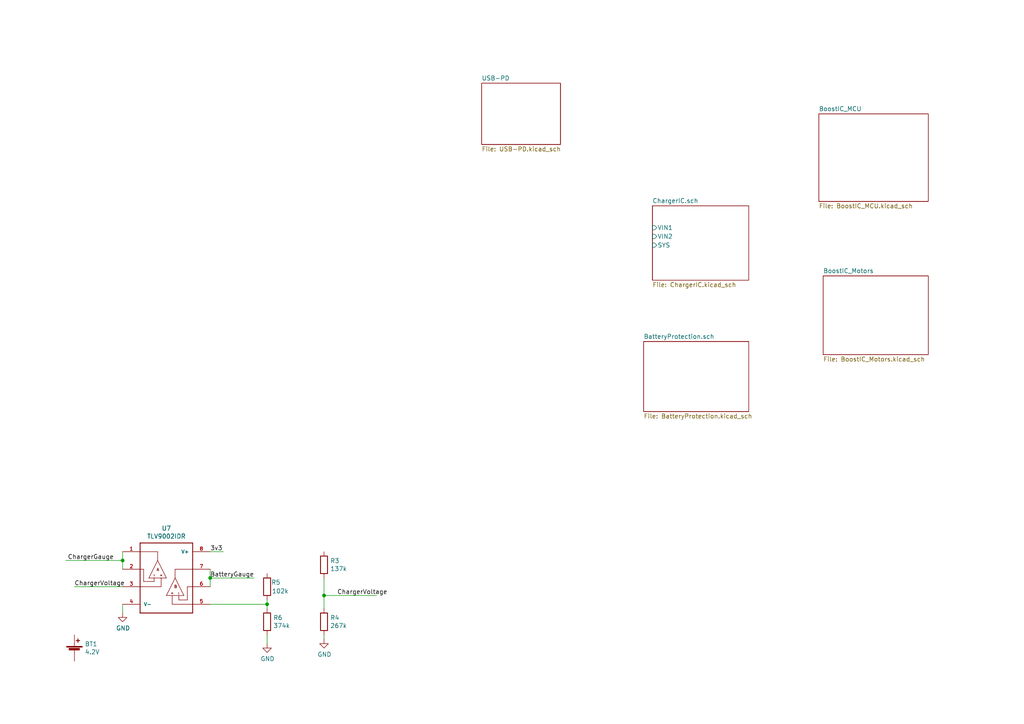
<source format=kicad_sch>
(kicad_sch (version 20211123) (generator eeschema)
  (paper "A4")
  (title_block (title "Neural Computation Unit Robot ") (date "2020-10-01") (rev "0.1") (company "OIST") (comment 1 "Todo: Update Diodes to represent real parts and associate spice models") (comment 2 "Todo: Insert Hubee schematic from Bill or recreate if not response") (comment 3 "Todo: Recreate voltage regulator circuits or design our own") (comment 4 "Todo: Verify mosfet spice model better"))
  (lib_symbols
    (symbol "robot-rescue:Battery_Cell-Device" (pin_numbers hide) (pin_names (offset 0) hide)
      (property "Reference" "BT" (at 2.54 2.54 0))
      (property "Value" "Battery_Cell-Device" (at 2.54 0 0))
      (symbol "Battery_Cell-Device_0_1"
        (rectangle (start -2.286 1.778) (end 2.286 1.524) (fill (type outline)))
        (rectangle (start -1.5748 1.1938) (end 1.4732 0.6858) (fill (type outline)))
        (polyline (pts (xy 0 0.762) (xy 0 0)))
        (polyline (pts (xy 0 1.778) (xy 0 2.54)))
        (polyline (pts (xy 0.508 3.429) (xy 1.524 3.429)) (stroke (width 0.254)))
        (polyline (pts (xy 1.016 3.937) (xy 1.016 2.921)) (stroke (width 0.254)))
      )
      (symbol "Battery_Cell-Device_1_1"
        (pin passive line (at 0 5.08 270) (length 2.54) (name "+") (number "1"))
        (pin passive line (at 0 -2.54 90) (length 2.54) (name "-") (number "2"))
      )
    )
    (symbol "robot-rescue:GND-power" (power) (pin_names (offset 0))
      (property "Value" "GND-power" (at 0 -3.81 0))
      (symbol "GND-power_0_1"
        (polyline (pts (xy 0 0) (xy 0 -1.27) (xy 1.27 -1.27) (xy 0 -2.54) (xy -1.27 -1.27) (xy 0 -1.27)))
      )
      (symbol "GND-power_1_1"
        (pin power_in line (at 0 0 270) (length 0) hide (name "GND") (number "1"))
      )
    )
    (symbol "robot-rescue:R-Device" (pin_numbers hide) (pin_names (offset 0))
      (property "Reference" "R" (at 2.032 0 90))
      (property "Value" "R-Device" (at 0 0 90))
      (symbol "R-Device_0_1"
        (rectangle (start -1.016 -2.54) (end 1.016 2.54) (stroke (width 0.254)))
      )
      (symbol "R-Device_1_1"
        (pin passive line (at 0 3.81 270) (length 1.27) (name "~") (number "1"))
        (pin passive line (at 0 -3.81 90) (length 1.27) (name "~") (number "2"))
      )
    )
    (symbol "robot-rescue:TLV9002IDR-custom_amplifiers" (pin_names (offset 1.016))
      (property "Reference" "U" (at -7.62 10.16 0))
      (property "Value" "TLV9002IDR-custom_amplifiers" (at -7.62 -12.7 0))
      (symbol "TLV9002IDR-custom_amplifiers_0_0"
        (polyline (pts (xy -7.62 -10.16) (xy -7.62 10.16)) (stroke (width 0.254)))
        (polyline (pts (xy -7.62 10.16) (xy 7.62 10.16)) (stroke (width 0.254)))
        (polyline (pts (xy -6.604 -1.016) (xy -6.604 2.54)) (stroke (width 0.1524)))
        (polyline (pts (xy -6.604 2.54) (xy -7.62 2.54)) (stroke (width 0.1524)))
        (polyline (pts (xy -5.08 0) (xy -2.54 5.08)) (stroke (width 0.1524)))
        (polyline (pts (xy -3.556 -1.016) (xy -6.604 -1.016)) (stroke (width 0.1524)))
        (polyline (pts (xy -3.556 0) (xy -5.08 0)) (stroke (width 0.1524)))
        (polyline (pts (xy -3.556 0) (xy -3.556 -1.016)) (stroke (width 0.1524)))
        (polyline (pts (xy -3.556 1.016) (xy -3.556 0.508)) (stroke (width 0.1524)))
        (polyline (pts (xy -2.54 5.08) (xy -2.54 7.62)) (stroke (width 0.1524)))
        (polyline (pts (xy -2.54 5.08) (xy 0 0)) (stroke (width 0.1524)))
        (polyline (pts (xy -2.54 7.62) (xy -7.62 7.62)) (stroke (width 0.1524)))
        (polyline (pts (xy -1.778 0.762) (xy -1.27 0.762)) (stroke (width 0.1524)))
        (polyline (pts (xy -1.524 -2.54) (xy -7.62 -2.54)) (stroke (width 0.1524)))
        (polyline (pts (xy -1.524 0) (xy -3.556 0)) (stroke (width 0.1524)))
        (polyline (pts (xy -1.524 0) (xy -1.524 -2.54)) (stroke (width 0.1524)))
        (polyline (pts (xy -1.524 0.508) (xy -1.524 1.016)) (stroke (width 0.1524)))
        (polyline (pts (xy 0 -5.08) (xy 2.54 0)) (stroke (width 0.1524)))
        (polyline (pts (xy 0 0) (xy -1.524 0)) (stroke (width 0.1524)))
        (polyline (pts (xy 1.4224 -4.4196) (xy 1.9304 -4.4196)) (stroke (width 0.1524)))
        (polyline (pts (xy 1.6764 -7.62) (xy 7.62 -7.62)) (stroke (width 0.1524)))
        (polyline (pts (xy 1.6764 -5.1308) (xy 1.6764 -7.62)) (stroke (width 0.1524)))
        (polyline (pts (xy 1.6764 -4.1656) (xy 1.6764 -4.6736)) (stroke (width 0.1524)))
        (polyline (pts (xy 2.5146 -0.1016) (xy 2.5146 2.54)) (stroke (width 0.1524)))
        (polyline (pts (xy 2.5146 2.54) (xy 7.62 2.54)) (stroke (width 0.1524)))
        (polyline (pts (xy 2.54 0) (xy 5.08 -5.08)) (stroke (width 0.1524)))
        (polyline (pts (xy 3.556 -4.191) (xy 3.556 -4.699)) (stroke (width 0.1524)))
        (polyline (pts (xy 3.6068 -6.3754) (xy 6.0706 -6.3754)) (stroke (width 0.1524)))
        (polyline (pts (xy 3.6068 -5.1054) (xy 3.6068 -6.3754)) (stroke (width 0.1524)))
        (polyline (pts (xy 5.08 -5.08) (xy 0 -5.08)) (stroke (width 0.1524)))
        (polyline (pts (xy 6.0706 -6.3754) (xy 6.0706 -2.54)) (stroke (width 0.1524)))
        (polyline (pts (xy 6.0706 -2.54) (xy 7.62 -2.54)) (stroke (width 0.1524)))
        (polyline (pts (xy 7.62 -10.16) (xy -7.62 -10.16)) (stroke (width 0.254)))
        (polyline (pts (xy 7.62 -7.62) (xy 7.62 -10.16)) (stroke (width 0.254)))
        (polyline (pts (xy 7.62 -2.54) (xy 7.62 -7.62)) (stroke (width 0.254)))
        (polyline (pts (xy 7.62 2.54) (xy 7.62 -2.54)) (stroke (width 0.254)))
        (polyline (pts (xy 7.62 10.16) (xy 7.62 2.54)) (stroke (width 0.254)))
        (text "A" (at -2.921 1.9558 0) (effects (font (size 0.8128 0.8128)) (justify left bottom)))
        (text "B" (at 2.159 -2.9718 0) (effects (font (size 0.8128 0.8128)) (justify left bottom)))
        (pin output line (at -12.7 7.62 0) (length 5.08) (name "~") (number "1"))
        (pin input line (at -12.7 2.54 0) (length 5.08) (name "~") (number "2"))
        (pin input line (at -12.7 -2.54 0) (length 5.08) (name "~") (number "3"))
        (pin power_in line (at -12.7 -7.62 0) (length 5.08) (name "V-") (number "4"))
        (pin input line (at 12.7 -7.62 180) (length 5.08) (name "~") (number "5"))
        (pin input line (at 12.7 -2.54 180) (length 5.08) (name "~") (number "6"))
        (pin output line (at 12.7 2.54 180) (length 5.08) (name "~") (number "7"))
        (pin power_in line (at 12.7 7.62 180) (length 5.08) (name "V+") (number "8"))
      )
    )
  )
  (junction (at 35.56 162.56))
  (junction (at 93.98 172.72))
  (junction (at 60.96 167.64))
  (junction (at 77.47 175.26))
  (wire (pts (xy 35.56 170.18) (xy 21.59 170.18)))
  (wire (pts (xy 60.96 175.26) (xy 77.47 175.26)))
  (wire (pts (xy 35.56 177.8) (xy 35.56 175.26)))
  (wire (pts (xy 35.56 160.02) (xy 35.56 162.56)))
  (wire (pts (xy 60.96 165.1) (xy 60.96 167.64)))
  (wire (pts (xy 77.47 176.53) (xy 77.47 175.26)))
  (wire (pts (xy 35.56 162.56) (xy 19.05 162.56)))
  (wire (pts (xy 93.98 167.64) (xy 93.98 172.72)))
  (wire (pts (xy 77.47 186.69) (xy 77.47 184.15)))
  (wire (pts (xy 60.96 160.02) (xy 64.77 160.02)))
  (wire (pts (xy 93.98 184.15) (xy 93.98 185.42)))
  (wire (pts (xy 35.56 162.56) (xy 35.56 165.1)))
  (wire (pts (xy 77.47 175.26) (xy 77.47 173.99)))
  (wire (pts (xy 60.96 167.64) (xy 73.66 167.64)))
  (wire (pts (xy 60.96 167.64) (xy 60.96 170.18)))
  (wire (pts (xy 109.22 172.72) (xy 93.98 172.72)))
  (wire (pts (xy 93.98 172.72) (xy 93.98 176.53)))
  (label "ChargerVoltage" (at 97.79 172.72 0))
  (label "3v3" (at 60.96 160.02 0))
  (label "ChargerVoltage" (at 21.59 170.18 0))
  (label "BatteryGauge" (at 60.96 167.64 0))
  (label "ChargerGauge" (at 33.02 162.56 180))
  (symbol (lib_id "robot-rescue:Battery_Cell-Device") (at 21.59 189.23 0) (unit 1)
    (property "Reference" "BT1" (at 24.5872 186.7916 0) (effects (justify left)))
    (property "Value" "4.2V" (at 24.5872 189.103 0) (effects (justify left)))
    (property "Footprint" "custom_modules:battery26650" (effects hide))
  )
  (symbol (lib_id "robot-rescue:R-Device") (at 77.47 170.18 180) (unit 1)
    (property "Reference" "R5" (at 80.01 168.91 0))
    (property "Value" "102k" (at 81.28 171.45 0))
    (property "Footprint" "Resistor_SMD:R_1206_3216Metric_Pad1.30x1.75mm_HandSolder" (effects hide))
    (property "Datasheet" "https://www.digikey.jp/product-detail/en/stackpole-electronics-inc/RMCF1206FT102K/738-RMCF1206FT102KCT-ND/4425273" (effects hide))
  )
  (symbol (lib_id "robot-rescue:R-Device") (at 77.47 180.34 0) (unit 1)
    (property "Reference" "R6" (at 79.248 179.1716 0) (effects (justify left)))
    (property "Value" "374k" (at 79.248 181.483 0) (effects (justify left)))
    (property "Footprint" "Resistor_SMD:R_1206_3216Metric_Pad1.30x1.75mm_HandSolder" (effects hide))
    (property "Datasheet" "https://www.digikey.jp/product-detail/en/stackpole-electronics-inc/RMCF1206FT374K/RMCF1206FT374KCT-ND/2418718" (effects hide))
  )
  (symbol (lib_id "robot-rescue:R-Device") (at 93.98 163.83 0) (unit 1)
    (property "Reference" "R3" (at 95.758 162.6616 0) (effects (justify left)))
    (property "Value" "137k" (at 95.758 164.973 0) (effects (justify left)))
    (property "Footprint" "Resistor_SMD:R_1206_3216Metric_Pad1.30x1.75mm_HandSolder" (effects hide))
    (property "Datasheet" "https://www.digikey.jp/product-detail/en/stackpole-electronics-inc/RMCF1206FT137K/738-RMCF1206FT137KCT-ND/4425278" (effects hide))
  )
  (symbol (lib_id "robot-rescue:R-Device") (at 93.98 180.34 0) (unit 1)
    (property "Reference" "R4" (at 95.758 179.1716 0) (effects (justify left)))
    (property "Value" "267k" (at 95.758 181.483 0) (effects (justify left)))
    (property "Footprint" "Resistor_SMD:R_1206_3216Metric_Pad1.30x1.75mm_HandSolder" (effects hide))
    (property "Datasheet" "https://www.digikey.jp/product-detail/en/stackpole-electronics-inc/RMCF1206FT267K/RMCF1206FT267KCT-ND/1942739" (effects hide))
  )
  (symbol (lib_id "robot-rescue:GND-power") (at 93.98 185.42 0) (unit 1)
    (property "Reference" "#PWR01" (effects hide))
    (property "Value" "GND" (at 94.107 189.8142 0))
  )
  (symbol (lib_id "robot-rescue:GND-power") (at 77.47 186.69 0) (unit 1)
    (property "Reference" "#PWR02" (effects hide))
    (property "Value" "GND" (at 77.597 191.0842 0))
  )
  (symbol (lib_id "robot-rescue:GND-power") (at 35.56 177.8 0) (unit 1)
    (property "Reference" "#PWR0108" (effects hide))
    (property "Value" "GND" (at 35.687 182.1942 0))
  )
  (symbol (lib_id "robot-rescue:TLV9002IDR-custom_amplifiers") (at 48.26 167.64 0) (unit 1)
    (property "Reference" "U7" (at 48.26 153.2382 0))
    (property "Value" "TLV9002IDR" (at 48.26 155.5496 0))
    (property "Footprint" "custom_amplifiers:SOIC127P599X175-8N" (effects hide))
    (property "Datasheet" "https://www.ti.com/lit/ds/symlink/tlv9002.pdf" (effects hide))
    (property "PARTREV" "O" (effects hide))
    (property "STANDARD" "IPC-7351B" (effects hide))
    (property "MANUFACTURER" "Texas Instruments" (effects hide))
    (property "MAXIMUM_PACKAGE_HEIGHT" "1.75mm" (effects hide))
  )
  (sheet (at 189.23 59.69) (size 27.94 21.59)
    (property "Sheet name" "ChargerIC.sch" (at 189.23 58.9784 0) (effects (justify left bottom)))
    (property "Sheet file" "ChargerIC.kicad_sch" (at 189.23 81.8646 0) (effects (justify left top)))
    (pin "VIN1" input (at 189.23 66.04 180))
    (pin "VIN2" input (at 189.23 68.58 180))
    (pin "SYS" input (at 189.23 71.12 180))
  )
  (sheet (at 237.49 33.02) (size 31.75 25.4)
    (property "Sheet name" "BoostIC_MCU" (at 237.49 32.3084 0) (effects (justify left bottom)))
    (property "Sheet file" "BoostIC_MCU.kicad_sch" (at 237.49 59.0046 0) (effects (justify left top)))
  )
  (sheet (at 238.76 80.01) (size 30.48 22.86)
    (property "Sheet name" "BoostIC_Motors" (at 238.76 79.2984 0) (effects (justify left bottom)))
    (property "Sheet file" "BoostIC_Motors.kicad_sch" (at 238.76 103.4546 0) (effects (justify left top)))
  )
  (sheet (at 186.69 99.06) (size 30.48 20.32)
    (property "Sheet name" "BatteryProtection.sch" (at 186.69 98.3484 0) (effects (justify left bottom)))
    (property "Sheet file" "BatteryProtection.kicad_sch" (at 186.69 119.9646 0) (effects (justify left top)))
  )
  (sheet (at 139.7 24.13) (size 22.86 17.78) (stroke (width 0.1524))
    (property "Sheet name" "USB-PD" (at 139.7 23.4184 0) (effects (justify left bottom)))
    (property "Sheet file" "USB-PD.kicad_sch" (at 139.7 42.4946 0) (effects (justify left top)))
  )
)
</source>
